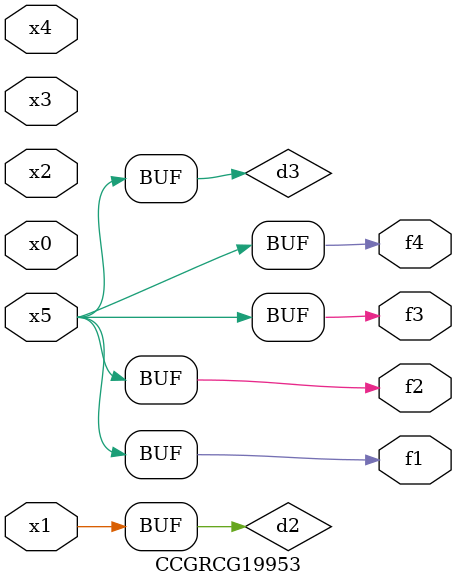
<source format=v>
module CCGRCG19953(
	input x0, x1, x2, x3, x4, x5,
	output f1, f2, f3, f4
);

	wire d1, d2, d3;

	not (d1, x5);
	or (d2, x1);
	xnor (d3, d1);
	assign f1 = d3;
	assign f2 = d3;
	assign f3 = d3;
	assign f4 = d3;
endmodule

</source>
